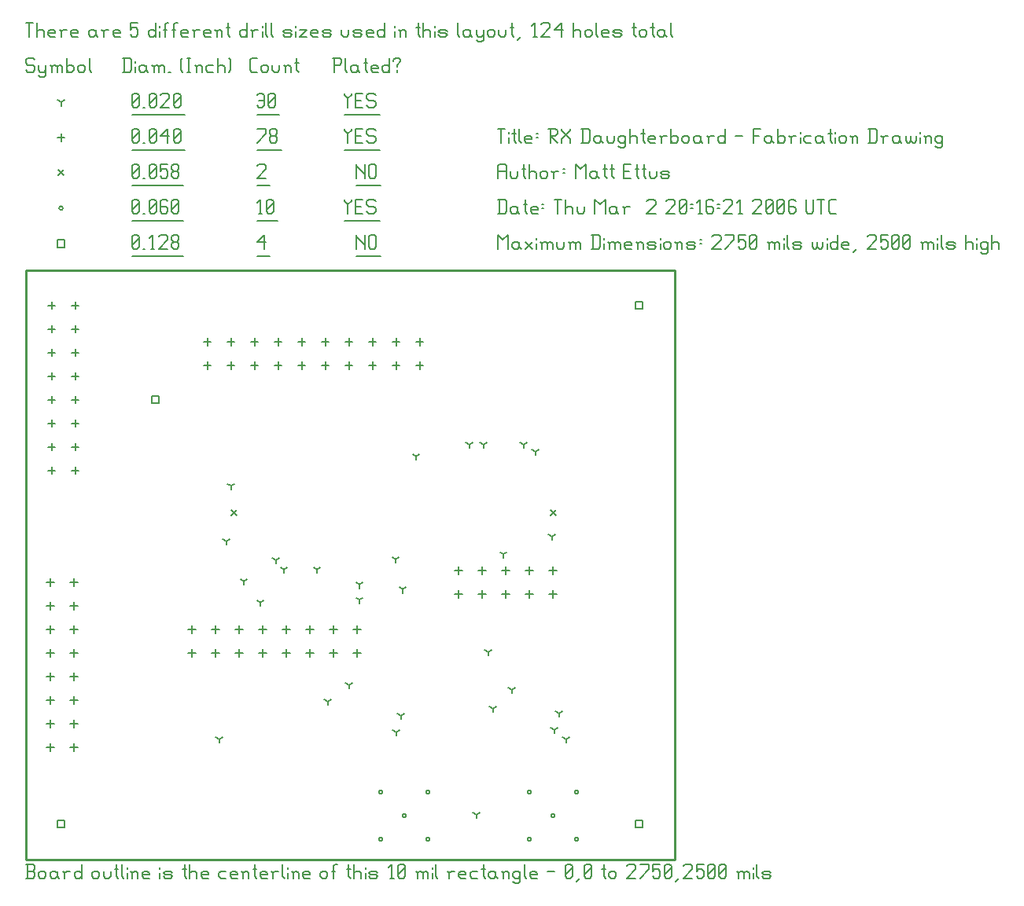
<source format=gbr>
G04 Title: RX Daughterboard, Fabrication Drawing *
G04 Creator: pcb-bin 1.99q *
G04 CreationDate: Thu Mar  2 20:16:21 2006 UTC *
G04 For: matt *
G04 Format: Gerber/RS-274X *
G04 PCB-Dimensions: 275000 250000 *
G04 PCB-Coordinate-Origin: lower left *
%MOIN*%
%FSLAX24Y24*%
%IPPOS*%
%ADD11C,0.0080*%
%ADD12C,0.0280*%
%ADD13C,0.0100*%
%ADD14C,0.0300*%
%ADD15R,0.0240X0.0240*%
%ADD16R,0.0440X0.0440*%
%ADD17R,0.0300X0.0300*%
%ADD18C,0.0060*%
%ADD19R,0.0200X0.0200*%
%ADD20R,0.0540X0.0540*%
%ADD21C,0.0200*%
%ADD22C,0.0500*%
%ADD23R,0.0500X0.0500*%
%ADD24R,0.0600X0.0600*%
%ADD25R,0.0660X0.0660*%
%ADD26R,0.0900X0.0900X0.0600X0.0600*%
%ADD27R,0.0900X0.0900*%
%ADD28C,0.0600*%
%ADD29C,0.0660*%
%AMTHERM1*7,0,0,0.0900,0.0600,0.0100,45*%
%ADD30THERM1*%
%ADD31C,0.0900X0.0600*%
%ADD32C,0.0900*%
%ADD33C,0.1200X0.0900*%
%ADD34C,0.1200*%
%ADD35C,0.0150*%
%AMTHERM2*7,0,0,0.1200,0.0900,0.0150,45*%
%ADD36THERM2*%
%ADD37C,0.0720*%
%ADD38C,0.0920X0.0720*%
%ADD39C,0.0920*%
%ADD40C,0.0240*%
%ADD41C,0.0340*%
%ADD42C,0.1320*%
%ADD43C,0.1100*%
%ADD44C,0.1520*%
%ADD45C,0.1520X0.1320*%
%ADD46C,0.0400*%
%ADD47C,0.0600X0.0400*%
%AMTHERM3*7,0,0,0.0600,0.0400,0.0100,45*%
%ADD48THERM3*%
%ADD49C,0.0360*%
%ADD50C,0.0560*%
%ADD51C,0.0560X0.0360*%
%AMTHERM4*7,0,0,0.0560,0.0360,0.0080,45*%
%ADD52THERM4*%
%LNGROUP_3*%
%LPD*%
G01X0Y0D02*
G54D11*X1340Y1660D02*X1660D01*
X1340D02*Y1340D01*
X1660D01*
Y1660D02*Y1340D01*
X25840Y23660D02*X26160D01*
X25840D02*Y23340D01*
X26160D01*
Y23660D02*Y23340D01*
X25840Y1660D02*X26160D01*
X25840D02*Y1340D01*
X26160D01*
Y1660D02*Y1340D01*
X5340Y19660D02*X5660D01*
X5340D02*Y19340D01*
X5660D01*
Y19660D02*Y19340D01*
X1340Y26285D02*X1660D01*
X1340D02*Y25965D01*
X1660D01*
Y26285D02*Y25965D01*
G04 Text: NO *
X14000Y26500D02*Y25900D01*
Y26500D02*Y26425D01*
X14375Y26050D01*
Y26500D02*Y25900D01*
X14555Y26425D02*Y25975D01*
Y26425D02*X14630Y26500D01*
X14780D01*
X14855Y26425D01*
Y25975D01*
X14780Y25900D02*X14855Y25975D01*
X14630Y25900D02*X14780D01*
X14555Y25975D02*X14630Y25900D01*
X14000Y25574D02*X15035D01*
G04 Text: 4 *
X9800Y26200D02*X10100Y26500D01*
X9800Y26200D02*X10175D01*
X10100Y26500D02*Y25900D01*
X9800Y25574D02*X10355D01*
G04 Text: 0.128 *
X4500Y25975D02*X4575Y25900D01*
X4500Y26425D02*Y25975D01*
Y26425D02*X4575Y26500D01*
X4725D01*
X4800Y26425D01*
Y25975D01*
X4725Y25900D02*X4800Y25975D01*
X4575Y25900D02*X4725D01*
X4500Y26050D02*X4800Y26350D01*
X4980Y25900D02*X5055D01*
X5310D02*X5460D01*
X5385Y26500D02*Y25900D01*
X5235Y26350D02*X5385Y26500D01*
X5640Y26425D02*X5715Y26500D01*
X5940D01*
X6015Y26425D01*
Y26275D01*
X5640Y25900D02*X6015Y26275D01*
X5640Y25900D02*X6015D01*
X6195Y25975D02*X6270Y25900D01*
X6195Y26125D02*Y25975D01*
Y26125D02*X6270Y26200D01*
X6420D01*
X6495Y26125D01*
Y25975D01*
X6420Y25900D02*X6495Y25975D01*
X6270Y25900D02*X6420D01*
X6195Y26275D02*X6270Y26200D01*
X6195Y26425D02*Y26275D01*
Y26425D02*X6270Y26500D01*
X6420D01*
X6495Y26425D01*
Y26275D01*
X6420Y26200D02*X6495Y26275D01*
X4500Y25574D02*X6675D01*
X22270Y1850D02*G75*G03X22430Y1850I80J0D01*G01*
G75*G03X22270Y1850I-80J0D01*G01*
X21270Y2850D02*G75*G03X21430Y2850I80J0D01*G01*
G75*G03X21270Y2850I-80J0D01*G01*
X23270D02*G75*G03X23430Y2850I80J0D01*G01*
G75*G03X23270Y2850I-80J0D01*G01*
X21270Y850D02*G75*G03X21430Y850I80J0D01*G01*
G75*G03X21270Y850I-80J0D01*G01*
X23270D02*G75*G03X23430Y850I80J0D01*G01*
G75*G03X23270Y850I-80J0D01*G01*
X15970Y1850D02*G75*G03X16130Y1850I80J0D01*G01*
G75*G03X15970Y1850I-80J0D01*G01*
X14970Y2850D02*G75*G03X15130Y2850I80J0D01*G01*
G75*G03X14970Y2850I-80J0D01*G01*
X16970D02*G75*G03X17130Y2850I80J0D01*G01*
G75*G03X16970Y2850I-80J0D01*G01*
X14970Y850D02*G75*G03X15130Y850I80J0D01*G01*
G75*G03X14970Y850I-80J0D01*G01*
X16970D02*G75*G03X17130Y850I80J0D01*G01*
G75*G03X16970Y850I-80J0D01*G01*
X1420Y27625D02*G75*G03X1580Y27625I80J0D01*G01*
G75*G03X1420Y27625I-80J0D01*G01*
G04 Text: YES *
X13500Y28000D02*Y27925D01*
X13650Y27775D01*
X13800Y27925D01*
Y28000D02*Y27925D01*
X13650Y27775D02*Y27400D01*
X13980Y27700D02*X14205D01*
X13980Y27400D02*X14280D01*
X13980Y28000D02*Y27400D01*
Y28000D02*X14280D01*
X14760D02*X14835Y27925D01*
X14535Y28000D02*X14760D01*
X14460Y27925D02*X14535Y28000D01*
X14460Y27925D02*Y27775D01*
X14535Y27700D01*
X14760D01*
X14835Y27625D01*
Y27475D01*
X14760Y27400D02*X14835Y27475D01*
X14535Y27400D02*X14760D01*
X14460Y27475D02*X14535Y27400D01*
X13500Y27074D02*X15015D01*
G04 Text: 10 *
X9875Y27400D02*X10025D01*
X9950Y28000D02*Y27400D01*
X9800Y27850D02*X9950Y28000D01*
X10205Y27475D02*X10280Y27400D01*
X10205Y27925D02*Y27475D01*
Y27925D02*X10280Y28000D01*
X10430D01*
X10505Y27925D01*
Y27475D01*
X10430Y27400D02*X10505Y27475D01*
X10280Y27400D02*X10430D01*
X10205Y27550D02*X10505Y27850D01*
X9800Y27074D02*X10685D01*
G04 Text: 0.060 *
X4500Y27475D02*X4575Y27400D01*
X4500Y27925D02*Y27475D01*
Y27925D02*X4575Y28000D01*
X4725D01*
X4800Y27925D01*
Y27475D01*
X4725Y27400D02*X4800Y27475D01*
X4575Y27400D02*X4725D01*
X4500Y27550D02*X4800Y27850D01*
X4980Y27400D02*X5055D01*
X5235Y27475D02*X5310Y27400D01*
X5235Y27925D02*Y27475D01*
Y27925D02*X5310Y28000D01*
X5460D01*
X5535Y27925D01*
Y27475D01*
X5460Y27400D02*X5535Y27475D01*
X5310Y27400D02*X5460D01*
X5235Y27550D02*X5535Y27850D01*
X5940Y28000D02*X6015Y27925D01*
X5790Y28000D02*X5940D01*
X5715Y27925D02*X5790Y28000D01*
X5715Y27925D02*Y27475D01*
X5790Y27400D01*
X5940Y27700D02*X6015Y27625D01*
X5715Y27700D02*X5940D01*
X5790Y27400D02*X5940D01*
X6015Y27475D01*
Y27625D02*Y27475D01*
X6195D02*X6270Y27400D01*
X6195Y27925D02*Y27475D01*
Y27925D02*X6270Y28000D01*
X6420D01*
X6495Y27925D01*
Y27475D01*
X6420Y27400D02*X6495Y27475D01*
X6270Y27400D02*X6420D01*
X6195Y27550D02*X6495Y27850D01*
X4500Y27074D02*X6675D01*
X8710Y14820D02*X8950Y14580D01*
X8710D02*X8950Y14820D01*
X22253D02*X22493Y14580D01*
X22253D02*X22493Y14820D01*
X1380Y29245D02*X1620Y29005D01*
X1380D02*X1620Y29245D01*
G04 Text: NO *
X14000Y29500D02*Y28900D01*
Y29500D02*Y29425D01*
X14375Y29050D01*
Y29500D02*Y28900D01*
X14555Y29425D02*Y28975D01*
Y29425D02*X14630Y29500D01*
X14780D01*
X14855Y29425D01*
Y28975D01*
X14780Y28900D02*X14855Y28975D01*
X14630Y28900D02*X14780D01*
X14555Y28975D02*X14630Y28900D01*
X14000Y28574D02*X15035D01*
G04 Text: 2 *
X9800Y29425D02*X9875Y29500D01*
X10100D01*
X10175Y29425D01*
Y29275D01*
X9800Y28900D02*X10175Y29275D01*
X9800Y28900D02*X10175D01*
X9800Y28574D02*X10355D01*
G04 Text: 0.058 *
X4500Y28975D02*X4575Y28900D01*
X4500Y29425D02*Y28975D01*
Y29425D02*X4575Y29500D01*
X4725D01*
X4800Y29425D01*
Y28975D01*
X4725Y28900D02*X4800Y28975D01*
X4575Y28900D02*X4725D01*
X4500Y29050D02*X4800Y29350D01*
X4980Y28900D02*X5055D01*
X5235Y28975D02*X5310Y28900D01*
X5235Y29425D02*Y28975D01*
Y29425D02*X5310Y29500D01*
X5460D01*
X5535Y29425D01*
Y28975D01*
X5460Y28900D02*X5535Y28975D01*
X5310Y28900D02*X5460D01*
X5235Y29050D02*X5535Y29350D01*
X5715Y29500D02*X6015D01*
X5715D02*Y29200D01*
X5790Y29275D01*
X5940D01*
X6015Y29200D01*
Y28975D01*
X5940Y28900D02*X6015Y28975D01*
X5790Y28900D02*X5940D01*
X5715Y28975D02*X5790Y28900D01*
X6195Y28975D02*X6270Y28900D01*
X6195Y29125D02*Y28975D01*
Y29125D02*X6270Y29200D01*
X6420D01*
X6495Y29125D01*
Y28975D01*
X6420Y28900D02*X6495Y28975D01*
X6270Y28900D02*X6420D01*
X6195Y29275D02*X6270Y29200D01*
X6195Y29425D02*Y29275D01*
Y29425D02*X6270Y29500D01*
X6420D01*
X6495Y29425D01*
Y29275D01*
X6420Y29200D02*X6495Y29275D01*
X4500Y28574D02*X6675D01*
X1100Y23660D02*Y23340D01*
X940Y23500D02*X1260D01*
X2100Y23660D02*Y23340D01*
X1940Y23500D02*X2260D01*
X1100Y22660D02*Y22340D01*
X940Y22500D02*X1260D01*
X2100Y22660D02*Y22340D01*
X1940Y22500D02*X2260D01*
X1100Y21660D02*Y21340D01*
X940Y21500D02*X1260D01*
X2100Y21660D02*Y21340D01*
X1940Y21500D02*X2260D01*
X1100Y20660D02*Y20340D01*
X940Y20500D02*X1260D01*
X2100Y20660D02*Y20340D01*
X1940Y20500D02*X2260D01*
X1100Y19660D02*Y19340D01*
X940Y19500D02*X1260D01*
X2100Y19660D02*Y19340D01*
X1940Y19500D02*X2260D01*
X1100Y18660D02*Y18340D01*
X940Y18500D02*X1260D01*
X2100Y18660D02*Y18340D01*
X1940Y18500D02*X2260D01*
X1100Y17660D02*Y17340D01*
X940Y17500D02*X1260D01*
X2100Y17660D02*Y17340D01*
X1940Y17500D02*X2260D01*
X1100Y16660D02*Y16340D01*
X940Y16500D02*X1260D01*
X2100Y16660D02*Y16340D01*
X1940Y16500D02*X2260D01*
X1050Y11910D02*Y11590D01*
X890Y11750D02*X1210D01*
X2050Y11910D02*Y11590D01*
X1890Y11750D02*X2210D01*
X1050Y10910D02*Y10590D01*
X890Y10750D02*X1210D01*
X2050Y10910D02*Y10590D01*
X1890Y10750D02*X2210D01*
X1050Y9910D02*Y9590D01*
X890Y9750D02*X1210D01*
X2050Y9910D02*Y9590D01*
X1890Y9750D02*X2210D01*
X1050Y8910D02*Y8590D01*
X890Y8750D02*X1210D01*
X2050Y8910D02*Y8590D01*
X1890Y8750D02*X2210D01*
X1050Y7910D02*Y7590D01*
X890Y7750D02*X1210D01*
X2050Y7910D02*Y7590D01*
X1890Y7750D02*X2210D01*
X1050Y6910D02*Y6590D01*
X890Y6750D02*X1210D01*
X2050Y6910D02*Y6590D01*
X1890Y6750D02*X2210D01*
X1050Y5910D02*Y5590D01*
X890Y5750D02*X1210D01*
X2050Y5910D02*Y5590D01*
X1890Y5750D02*X2210D01*
X1050Y4910D02*Y4590D01*
X890Y4750D02*X1210D01*
X2050Y4910D02*Y4590D01*
X1890Y4750D02*X2210D01*
X7050Y8910D02*Y8590D01*
X6890Y8750D02*X7210D01*
X7050Y9910D02*Y9590D01*
X6890Y9750D02*X7210D01*
X8050Y8910D02*Y8590D01*
X7890Y8750D02*X8210D01*
X8050Y9910D02*Y9590D01*
X7890Y9750D02*X8210D01*
X9050Y8910D02*Y8590D01*
X8890Y8750D02*X9210D01*
X9050Y9910D02*Y9590D01*
X8890Y9750D02*X9210D01*
X10050Y8910D02*Y8590D01*
X9890Y8750D02*X10210D01*
X10050Y9910D02*Y9590D01*
X9890Y9750D02*X10210D01*
X11050Y8910D02*Y8590D01*
X10890Y8750D02*X11210D01*
X11050Y9910D02*Y9590D01*
X10890Y9750D02*X11210D01*
X12050Y8910D02*Y8590D01*
X11890Y8750D02*X12210D01*
X12050Y9910D02*Y9590D01*
X11890Y9750D02*X12210D01*
X13050Y8910D02*Y8590D01*
X12890Y8750D02*X13210D01*
X13050Y9910D02*Y9590D01*
X12890Y9750D02*X13210D01*
X14050Y8910D02*Y8590D01*
X13890Y8750D02*X14210D01*
X14050Y9910D02*Y9590D01*
X13890Y9750D02*X14210D01*
X18350Y11410D02*Y11090D01*
X18190Y11250D02*X18510D01*
X18350Y12410D02*Y12090D01*
X18190Y12250D02*X18510D01*
X19350Y11410D02*Y11090D01*
X19190Y11250D02*X19510D01*
X19350Y12410D02*Y12090D01*
X19190Y12250D02*X19510D01*
X20350Y11410D02*Y11090D01*
X20190Y11250D02*X20510D01*
X20350Y12410D02*Y12090D01*
X20190Y12250D02*X20510D01*
X21350Y11410D02*Y11090D01*
X21190Y11250D02*X21510D01*
X21350Y12410D02*Y12090D01*
X21190Y12250D02*X21510D01*
X22350Y11410D02*Y11090D01*
X22190Y11250D02*X22510D01*
X22350Y12410D02*Y12090D01*
X22190Y12250D02*X22510D01*
X7700Y21110D02*Y20790D01*
X7540Y20950D02*X7860D01*
X7700Y22110D02*Y21790D01*
X7540Y21950D02*X7860D01*
X8700Y21110D02*Y20790D01*
X8540Y20950D02*X8860D01*
X8700Y22110D02*Y21790D01*
X8540Y21950D02*X8860D01*
X9700Y21110D02*Y20790D01*
X9540Y20950D02*X9860D01*
X9700Y22110D02*Y21790D01*
X9540Y21950D02*X9860D01*
X10700Y21110D02*Y20790D01*
X10540Y20950D02*X10860D01*
X10700Y22110D02*Y21790D01*
X10540Y21950D02*X10860D01*
X11700Y21110D02*Y20790D01*
X11540Y20950D02*X11860D01*
X11700Y22110D02*Y21790D01*
X11540Y21950D02*X11860D01*
X12700Y21110D02*Y20790D01*
X12540Y20950D02*X12860D01*
X12700Y22110D02*Y21790D01*
X12540Y21950D02*X12860D01*
X13700Y21110D02*Y20790D01*
X13540Y20950D02*X13860D01*
X13700Y22110D02*Y21790D01*
X13540Y21950D02*X13860D01*
X14700Y21110D02*Y20790D01*
X14540Y20950D02*X14860D01*
X14700Y22110D02*Y21790D01*
X14540Y21950D02*X14860D01*
X15700Y21110D02*Y20790D01*
X15540Y20950D02*X15860D01*
X15700Y22110D02*Y21790D01*
X15540Y21950D02*X15860D01*
X16700Y21110D02*Y20790D01*
X16540Y20950D02*X16860D01*
X16700Y22110D02*Y21790D01*
X16540Y21950D02*X16860D01*
X1500Y30785D02*Y30465D01*
X1340Y30625D02*X1660D01*
G04 Text: YES *
X13500Y31000D02*Y30925D01*
X13650Y30775D01*
X13800Y30925D01*
Y31000D02*Y30925D01*
X13650Y30775D02*Y30400D01*
X13980Y30700D02*X14205D01*
X13980Y30400D02*X14280D01*
X13980Y31000D02*Y30400D01*
Y31000D02*X14280D01*
X14760D02*X14835Y30925D01*
X14535Y31000D02*X14760D01*
X14460Y30925D02*X14535Y31000D01*
X14460Y30925D02*Y30775D01*
X14535Y30700D01*
X14760D01*
X14835Y30625D01*
Y30475D01*
X14760Y30400D02*X14835Y30475D01*
X14535Y30400D02*X14760D01*
X14460Y30475D02*X14535Y30400D01*
X13500Y30074D02*X15015D01*
G04 Text: 78 *
X9800Y30400D02*X10175Y30775D01*
Y31000D02*Y30775D01*
X9800Y31000D02*X10175D01*
X10355Y30475D02*X10430Y30400D01*
X10355Y30625D02*Y30475D01*
Y30625D02*X10430Y30700D01*
X10580D01*
X10655Y30625D01*
Y30475D01*
X10580Y30400D02*X10655Y30475D01*
X10430Y30400D02*X10580D01*
X10355Y30775D02*X10430Y30700D01*
X10355Y30925D02*Y30775D01*
Y30925D02*X10430Y31000D01*
X10580D01*
X10655Y30925D01*
Y30775D01*
X10580Y30700D02*X10655Y30775D01*
X9800Y30074D02*X10835D01*
G04 Text: 0.040 *
X4500Y30475D02*X4575Y30400D01*
X4500Y30925D02*Y30475D01*
Y30925D02*X4575Y31000D01*
X4725D01*
X4800Y30925D01*
Y30475D01*
X4725Y30400D02*X4800Y30475D01*
X4575Y30400D02*X4725D01*
X4500Y30550D02*X4800Y30850D01*
X4980Y30400D02*X5055D01*
X5235Y30475D02*X5310Y30400D01*
X5235Y30925D02*Y30475D01*
Y30925D02*X5310Y31000D01*
X5460D01*
X5535Y30925D01*
Y30475D01*
X5460Y30400D02*X5535Y30475D01*
X5310Y30400D02*X5460D01*
X5235Y30550D02*X5535Y30850D01*
X5715Y30700D02*X6015Y31000D01*
X5715Y30700D02*X6090D01*
X6015Y31000D02*Y30400D01*
X6270Y30475D02*X6345Y30400D01*
X6270Y30925D02*Y30475D01*
Y30925D02*X6345Y31000D01*
X6495D01*
X6570Y30925D01*
Y30475D01*
X6495Y30400D02*X6570Y30475D01*
X6345Y30400D02*X6495D01*
X6270Y30550D02*X6570Y30850D01*
X4500Y30074D02*X6750D01*
X9250Y11800D02*Y11640D01*
Y11800D02*X9388Y11880D01*
X9250Y11800D02*X9111Y11880D01*
X8200Y5100D02*Y4940D01*
Y5100D02*X8338Y5180D01*
X8200Y5100D02*X8061Y5180D01*
X22300Y13700D02*Y13540D01*
Y13700D02*X22438Y13780D01*
X22300Y13700D02*X22161Y13780D01*
X14149Y11660D02*Y11500D01*
Y11660D02*X14288Y11740D01*
X14149Y11660D02*X14011Y11740D01*
X8500Y13500D02*Y13340D01*
Y13500D02*X8638Y13580D01*
X8500Y13500D02*X8361Y13580D01*
X20250Y12950D02*Y12790D01*
Y12950D02*X20388Y13030D01*
X20250Y12950D02*X20111Y13030D01*
X10600Y12700D02*Y12540D01*
Y12700D02*X10738Y12780D01*
X10600Y12700D02*X10461Y12780D01*
X14149Y11009D02*Y10849D01*
Y11009D02*X14288Y11089D01*
X14149Y11009D02*X14011Y11089D01*
X16550Y17100D02*Y16940D01*
Y17100D02*X16688Y17180D01*
X16550Y17100D02*X16411Y17180D01*
X15679Y12730D02*Y12570D01*
Y12730D02*X15817Y12810D01*
X15679Y12730D02*X15540Y12810D01*
X15990Y11460D02*Y11300D01*
Y11460D02*X16128Y11540D01*
X15990Y11460D02*X15851Y11540D01*
X12350Y12300D02*Y12140D01*
Y12300D02*X12488Y12380D01*
X12350Y12300D02*X12211Y12380D01*
X9950Y10900D02*Y10740D01*
Y10900D02*X10088Y10980D01*
X9950Y10900D02*X9811Y10980D01*
X10950Y12300D02*Y12140D01*
Y12300D02*X11088Y12380D01*
X10950Y12300D02*X10811Y12380D01*
X8700Y15850D02*Y15690D01*
Y15850D02*X8838Y15930D01*
X8700Y15850D02*X8561Y15930D01*
X18800Y17600D02*Y17440D01*
Y17600D02*X18938Y17680D01*
X18800Y17600D02*X18661Y17680D01*
X19400Y17600D02*Y17440D01*
Y17600D02*X19538Y17680D01*
X19400Y17600D02*X19261Y17680D01*
X21100Y17600D02*Y17440D01*
Y17600D02*X21238Y17680D01*
X21100Y17600D02*X20961Y17680D01*
X21600Y17300D02*Y17140D01*
Y17300D02*X21738Y17380D01*
X21600Y17300D02*X21461Y17380D01*
X19600Y8800D02*Y8640D01*
Y8800D02*X19738Y8880D01*
X19600Y8800D02*X19461Y8880D01*
X22400Y5500D02*Y5340D01*
Y5500D02*X22538Y5580D01*
X22400Y5500D02*X22261Y5580D01*
X15700Y5400D02*Y5240D01*
Y5400D02*X15838Y5480D01*
X15700Y5400D02*X15561Y5480D01*
X15900Y6100D02*Y5940D01*
Y6100D02*X16038Y6180D01*
X15900Y6100D02*X15761Y6180D01*
X22600Y6200D02*Y6040D01*
Y6200D02*X22738Y6280D01*
X22600Y6200D02*X22461Y6280D01*
X19800Y6400D02*Y6240D01*
Y6400D02*X19938Y6480D01*
X19800Y6400D02*X19661Y6480D01*
X20600Y7200D02*Y7040D01*
Y7200D02*X20738Y7280D01*
X20600Y7200D02*X20461Y7280D01*
X22900Y5100D02*Y4940D01*
Y5100D02*X23038Y5180D01*
X22900Y5100D02*X22761Y5180D01*
X12800Y6700D02*Y6540D01*
Y6700D02*X12938Y6780D01*
X12800Y6700D02*X12661Y6780D01*
X13700Y7400D02*Y7240D01*
Y7400D02*X13838Y7480D01*
X13700Y7400D02*X13561Y7480D01*
X19100Y1900D02*Y1740D01*
Y1900D02*X19238Y1980D01*
X19100Y1900D02*X18961Y1980D01*
X1500Y32125D02*Y31965D01*
Y32125D02*X1638Y32205D01*
X1500Y32125D02*X1361Y32205D01*
G04 Text: YES *
X13500Y32500D02*Y32425D01*
X13650Y32275D01*
X13800Y32425D01*
Y32500D02*Y32425D01*
X13650Y32275D02*Y31900D01*
X13980Y32200D02*X14205D01*
X13980Y31900D02*X14280D01*
X13980Y32500D02*Y31900D01*
Y32500D02*X14280D01*
X14760D02*X14835Y32425D01*
X14535Y32500D02*X14760D01*
X14460Y32425D02*X14535Y32500D01*
X14460Y32425D02*Y32275D01*
X14535Y32200D01*
X14760D01*
X14835Y32125D01*
Y31975D01*
X14760Y31900D02*X14835Y31975D01*
X14535Y31900D02*X14760D01*
X14460Y31975D02*X14535Y31900D01*
X13500Y31574D02*X15015D01*
G04 Text: 30 *
X9800Y32425D02*X9875Y32500D01*
X10025D01*
X10100Y32425D01*
Y31975D01*
X10025Y31900D02*X10100Y31975D01*
X9875Y31900D02*X10025D01*
X9800Y31975D02*X9875Y31900D01*
Y32200D02*X10100D01*
X10280Y31975D02*X10355Y31900D01*
X10280Y32425D02*Y31975D01*
Y32425D02*X10355Y32500D01*
X10505D01*
X10580Y32425D01*
Y31975D01*
X10505Y31900D02*X10580Y31975D01*
X10355Y31900D02*X10505D01*
X10280Y32050D02*X10580Y32350D01*
X9800Y31574D02*X10760D01*
G04 Text: 0.020 *
X4500Y31975D02*X4575Y31900D01*
X4500Y32425D02*Y31975D01*
Y32425D02*X4575Y32500D01*
X4725D01*
X4800Y32425D01*
Y31975D01*
X4725Y31900D02*X4800Y31975D01*
X4575Y31900D02*X4725D01*
X4500Y32050D02*X4800Y32350D01*
X4980Y31900D02*X5055D01*
X5235Y31975D02*X5310Y31900D01*
X5235Y32425D02*Y31975D01*
Y32425D02*X5310Y32500D01*
X5460D01*
X5535Y32425D01*
Y31975D01*
X5460Y31900D02*X5535Y31975D01*
X5310Y31900D02*X5460D01*
X5235Y32050D02*X5535Y32350D01*
X5715Y32425D02*X5790Y32500D01*
X6015D01*
X6090Y32425D01*
Y32275D01*
X5715Y31900D02*X6090Y32275D01*
X5715Y31900D02*X6090D01*
X6270Y31975D02*X6345Y31900D01*
X6270Y32425D02*Y31975D01*
Y32425D02*X6345Y32500D01*
X6495D01*
X6570Y32425D01*
Y31975D01*
X6495Y31900D02*X6570Y31975D01*
X6345Y31900D02*X6495D01*
X6270Y32050D02*X6570Y32350D01*
X4500Y31574D02*X6750D01*
G04 Text: Symbol *
X300Y34000D02*X375Y33925D01*
X75Y34000D02*X300D01*
X0Y33925D02*X75Y34000D01*
X0Y33925D02*Y33775D01*
X75Y33700D01*
X300D01*
X375Y33625D01*
Y33475D01*
X300Y33400D02*X375Y33475D01*
X75Y33400D02*X300D01*
X0Y33475D02*X75Y33400D01*
X555Y33700D02*Y33475D01*
X630Y33400D01*
X855Y33700D02*Y33250D01*
X780Y33175D02*X855Y33250D01*
X630Y33175D02*X780D01*
X555Y33250D02*X630Y33175D01*
Y33400D02*X780D01*
X855Y33475D01*
X1110Y33625D02*Y33400D01*
Y33625D02*X1185Y33700D01*
X1260D01*
X1335Y33625D01*
Y33400D01*
Y33625D02*X1410Y33700D01*
X1485D01*
X1560Y33625D01*
Y33400D01*
X1035Y33700D02*X1110Y33625D01*
X1740Y34000D02*Y33400D01*
Y33475D02*X1815Y33400D01*
X1965D01*
X2040Y33475D01*
Y33625D02*Y33475D01*
X1965Y33700D02*X2040Y33625D01*
X1815Y33700D02*X1965D01*
X1740Y33625D02*X1815Y33700D01*
X2220Y33625D02*Y33475D01*
Y33625D02*X2295Y33700D01*
X2445D01*
X2520Y33625D01*
Y33475D01*
X2445Y33400D02*X2520Y33475D01*
X2295Y33400D02*X2445D01*
X2220Y33475D02*X2295Y33400D01*
X2700Y34000D02*Y33475D01*
X2775Y33400D01*
G04 Text: Diam. (Inch) *
X4175Y34000D02*Y33400D01*
X4400Y34000D02*X4475Y33925D01*
Y33475D01*
X4400Y33400D02*X4475Y33475D01*
X4100Y33400D02*X4400D01*
X4100Y34000D02*X4400D01*
X4655Y33850D02*Y33775D01*
Y33625D02*Y33400D01*
X5030Y33700D02*X5105Y33625D01*
X4880Y33700D02*X5030D01*
X4805Y33625D02*X4880Y33700D01*
X4805Y33625D02*Y33475D01*
X4880Y33400D01*
X5105Y33700D02*Y33475D01*
X5180Y33400D01*
X4880D02*X5030D01*
X5105Y33475D01*
X5435Y33625D02*Y33400D01*
Y33625D02*X5510Y33700D01*
X5585D01*
X5660Y33625D01*
Y33400D01*
Y33625D02*X5735Y33700D01*
X5810D01*
X5885Y33625D01*
Y33400D01*
X5360Y33700D02*X5435Y33625D01*
X6065Y33400D02*X6140D01*
X6590Y33475D02*X6665Y33400D01*
X6590Y33925D02*X6665Y34000D01*
X6590Y33925D02*Y33475D01*
X6845Y34000D02*X6995D01*
X6920D02*Y33400D01*
X6845D02*X6995D01*
X7251Y33625D02*Y33400D01*
Y33625D02*X7326Y33700D01*
X7401D01*
X7476Y33625D01*
Y33400D01*
X7176Y33700D02*X7251Y33625D01*
X7731Y33700D02*X7956D01*
X7656Y33625D02*X7731Y33700D01*
X7656Y33625D02*Y33475D01*
X7731Y33400D01*
X7956D01*
X8136Y34000D02*Y33400D01*
Y33625D02*X8211Y33700D01*
X8361D01*
X8436Y33625D01*
Y33400D01*
X8616Y34000D02*X8691Y33925D01*
Y33475D01*
X8616Y33400D02*X8691Y33475D01*
G04 Text: Count *
X9575Y33400D02*X9800D01*
X9500Y33475D02*X9575Y33400D01*
X9500Y33925D02*Y33475D01*
Y33925D02*X9575Y34000D01*
X9800D01*
X9980Y33625D02*Y33475D01*
Y33625D02*X10055Y33700D01*
X10205D01*
X10280Y33625D01*
Y33475D01*
X10205Y33400D02*X10280Y33475D01*
X10055Y33400D02*X10205D01*
X9980Y33475D02*X10055Y33400D01*
X10460Y33700D02*Y33475D01*
X10535Y33400D01*
X10685D01*
X10760Y33475D01*
Y33700D02*Y33475D01*
X11015Y33625D02*Y33400D01*
Y33625D02*X11090Y33700D01*
X11165D01*
X11240Y33625D01*
Y33400D01*
X10940Y33700D02*X11015Y33625D01*
X11495Y34000D02*Y33475D01*
X11570Y33400D01*
X11420Y33775D02*X11570D01*
G04 Text: Plated? *
X13075Y34000D02*Y33400D01*
X13000Y34000D02*X13300D01*
X13375Y33925D01*
Y33775D01*
X13300Y33700D02*X13375Y33775D01*
X13075Y33700D02*X13300D01*
X13555Y34000D02*Y33475D01*
X13630Y33400D01*
X14005Y33700D02*X14080Y33625D01*
X13855Y33700D02*X14005D01*
X13780Y33625D02*X13855Y33700D01*
X13780Y33625D02*Y33475D01*
X13855Y33400D01*
X14080Y33700D02*Y33475D01*
X14155Y33400D01*
X13855D02*X14005D01*
X14080Y33475D01*
X14410Y34000D02*Y33475D01*
X14485Y33400D01*
X14335Y33775D02*X14485D01*
X14710Y33400D02*X14935D01*
X14635Y33475D02*X14710Y33400D01*
X14635Y33625D02*Y33475D01*
Y33625D02*X14710Y33700D01*
X14860D01*
X14935Y33625D01*
X14635Y33550D02*X14935D01*
Y33625D02*Y33550D01*
X15415Y34000D02*Y33400D01*
X15340D02*X15415Y33475D01*
X15190Y33400D02*X15340D01*
X15115Y33475D02*X15190Y33400D01*
X15115Y33625D02*Y33475D01*
Y33625D02*X15190Y33700D01*
X15340D01*
X15415Y33625D01*
X15745Y33700D02*Y33625D01*
Y33475D02*Y33400D01*
X15595Y33925D02*Y33850D01*
Y33925D02*X15670Y34000D01*
X15820D01*
X15895Y33925D01*
Y33850D01*
X15745Y33700D02*X15895Y33850D01*
G04 Text: There are 5 different drill sizes used in this layout, 124 holes total *
X0Y35500D02*X300D01*
X150D02*Y34900D01*
X480Y35500D02*Y34900D01*
Y35125D02*X555Y35200D01*
X705D01*
X780Y35125D01*
Y34900D01*
X1035D02*X1260D01*
X960Y34975D02*X1035Y34900D01*
X960Y35125D02*Y34975D01*
Y35125D02*X1035Y35200D01*
X1185D01*
X1260Y35125D01*
X960Y35050D02*X1260D01*
Y35125D02*Y35050D01*
X1515Y35125D02*Y34900D01*
Y35125D02*X1590Y35200D01*
X1740D01*
X1440D02*X1515Y35125D01*
X1995Y34900D02*X2220D01*
X1920Y34975D02*X1995Y34900D01*
X1920Y35125D02*Y34975D01*
Y35125D02*X1995Y35200D01*
X2145D01*
X2220Y35125D01*
X1920Y35050D02*X2220D01*
Y35125D02*Y35050D01*
X2895Y35200D02*X2970Y35125D01*
X2745Y35200D02*X2895D01*
X2670Y35125D02*X2745Y35200D01*
X2670Y35125D02*Y34975D01*
X2745Y34900D01*
X2970Y35200D02*Y34975D01*
X3045Y34900D01*
X2745D02*X2895D01*
X2970Y34975D01*
X3300Y35125D02*Y34900D01*
Y35125D02*X3375Y35200D01*
X3525D01*
X3225D02*X3300Y35125D01*
X3781Y34900D02*X4006D01*
X3706Y34975D02*X3781Y34900D01*
X3706Y35125D02*Y34975D01*
Y35125D02*X3781Y35200D01*
X3931D01*
X4006Y35125D01*
X3706Y35050D02*X4006D01*
Y35125D02*Y35050D01*
X4456Y35500D02*X4756D01*
X4456D02*Y35200D01*
X4531Y35275D01*
X4681D01*
X4756Y35200D01*
Y34975D01*
X4681Y34900D02*X4756Y34975D01*
X4531Y34900D02*X4681D01*
X4456Y34975D02*X4531Y34900D01*
X5506Y35500D02*Y34900D01*
X5431D02*X5506Y34975D01*
X5281Y34900D02*X5431D01*
X5206Y34975D02*X5281Y34900D01*
X5206Y35125D02*Y34975D01*
Y35125D02*X5281Y35200D01*
X5431D01*
X5506Y35125D01*
X5686Y35350D02*Y35275D01*
Y35125D02*Y34900D01*
X5911Y35425D02*Y34900D01*
Y35425D02*X5986Y35500D01*
X6061D01*
X5836Y35200D02*X5986D01*
X6286Y35425D02*Y34900D01*
Y35425D02*X6361Y35500D01*
X6436D01*
X6211Y35200D02*X6361D01*
X6661Y34900D02*X6886D01*
X6586Y34975D02*X6661Y34900D01*
X6586Y35125D02*Y34975D01*
Y35125D02*X6661Y35200D01*
X6811D01*
X6886Y35125D01*
X6586Y35050D02*X6886D01*
Y35125D02*Y35050D01*
X7142Y35125D02*Y34900D01*
Y35125D02*X7217Y35200D01*
X7367D01*
X7067D02*X7142Y35125D01*
X7622Y34900D02*X7847D01*
X7547Y34975D02*X7622Y34900D01*
X7547Y35125D02*Y34975D01*
Y35125D02*X7622Y35200D01*
X7772D01*
X7847Y35125D01*
X7547Y35050D02*X7847D01*
Y35125D02*Y35050D01*
X8102Y35125D02*Y34900D01*
Y35125D02*X8177Y35200D01*
X8252D01*
X8327Y35125D01*
Y34900D01*
X8027Y35200D02*X8102Y35125D01*
X8582Y35500D02*Y34975D01*
X8657Y34900D01*
X8507Y35275D02*X8657D01*
X9377Y35500D02*Y34900D01*
X9302D02*X9377Y34975D01*
X9152Y34900D02*X9302D01*
X9077Y34975D02*X9152Y34900D01*
X9077Y35125D02*Y34975D01*
Y35125D02*X9152Y35200D01*
X9302D01*
X9377Y35125D01*
X9632D02*Y34900D01*
Y35125D02*X9707Y35200D01*
X9857D01*
X9557D02*X9632Y35125D01*
X10038Y35350D02*Y35275D01*
Y35125D02*Y34900D01*
X10188Y35500D02*Y34975D01*
X10263Y34900D01*
X10413Y35500D02*Y34975D01*
X10488Y34900D01*
X10983D02*X11208D01*
X11283Y34975D01*
X11208Y35050D02*X11283Y34975D01*
X10983Y35050D02*X11208D01*
X10908Y35125D02*X10983Y35050D01*
X10908Y35125D02*X10983Y35200D01*
X11208D01*
X11283Y35125D01*
X10908Y34975D02*X10983Y34900D01*
X11463Y35350D02*Y35275D01*
Y35125D02*Y34900D01*
X11613Y35200D02*X11913D01*
X11613Y34900D02*X11913Y35200D01*
X11613Y34900D02*X11913D01*
X12168D02*X12393D01*
X12093Y34975D02*X12168Y34900D01*
X12093Y35125D02*Y34975D01*
Y35125D02*X12168Y35200D01*
X12318D01*
X12393Y35125D01*
X12093Y35050D02*X12393D01*
Y35125D02*Y35050D01*
X12649Y34900D02*X12874D01*
X12949Y34975D01*
X12874Y35050D02*X12949Y34975D01*
X12649Y35050D02*X12874D01*
X12574Y35125D02*X12649Y35050D01*
X12574Y35125D02*X12649Y35200D01*
X12874D01*
X12949Y35125D01*
X12574Y34975D02*X12649Y34900D01*
X13399Y35200D02*Y34975D01*
X13474Y34900D01*
X13624D01*
X13699Y34975D01*
Y35200D02*Y34975D01*
X13954Y34900D02*X14179D01*
X14254Y34975D01*
X14179Y35050D02*X14254Y34975D01*
X13954Y35050D02*X14179D01*
X13879Y35125D02*X13954Y35050D01*
X13879Y35125D02*X13954Y35200D01*
X14179D01*
X14254Y35125D01*
X13879Y34975D02*X13954Y34900D01*
X14509D02*X14734D01*
X14434Y34975D02*X14509Y34900D01*
X14434Y35125D02*Y34975D01*
Y35125D02*X14509Y35200D01*
X14659D01*
X14734Y35125D01*
X14434Y35050D02*X14734D01*
Y35125D02*Y35050D01*
X15214Y35500D02*Y34900D01*
X15139D02*X15214Y34975D01*
X14989Y34900D02*X15139D01*
X14914Y34975D02*X14989Y34900D01*
X14914Y35125D02*Y34975D01*
Y35125D02*X14989Y35200D01*
X15139D01*
X15214Y35125D01*
X15664Y35350D02*Y35275D01*
Y35125D02*Y34900D01*
X15889Y35125D02*Y34900D01*
Y35125D02*X15964Y35200D01*
X16039D01*
X16114Y35125D01*
Y34900D01*
X15814Y35200D02*X15889Y35125D01*
X16640Y35500D02*Y34975D01*
X16715Y34900D01*
X16565Y35275D02*X16715D01*
X16865Y35500D02*Y34900D01*
Y35125D02*X16940Y35200D01*
X17090D01*
X17165Y35125D01*
Y34900D01*
X17345Y35350D02*Y35275D01*
Y35125D02*Y34900D01*
X17570D02*X17795D01*
X17870Y34975D01*
X17795Y35050D02*X17870Y34975D01*
X17570Y35050D02*X17795D01*
X17495Y35125D02*X17570Y35050D01*
X17495Y35125D02*X17570Y35200D01*
X17795D01*
X17870Y35125D01*
X17495Y34975D02*X17570Y34900D01*
X18320Y35500D02*Y34975D01*
X18395Y34900D01*
X18770Y35200D02*X18845Y35125D01*
X18620Y35200D02*X18770D01*
X18545Y35125D02*X18620Y35200D01*
X18545Y35125D02*Y34975D01*
X18620Y34900D01*
X18845Y35200D02*Y34975D01*
X18920Y34900D01*
X18620D02*X18770D01*
X18845Y34975D01*
X19101Y35200D02*Y34975D01*
X19176Y34900D01*
X19401Y35200D02*Y34750D01*
X19326Y34675D02*X19401Y34750D01*
X19176Y34675D02*X19326D01*
X19101Y34750D02*X19176Y34675D01*
Y34900D02*X19326D01*
X19401Y34975D01*
X19581Y35125D02*Y34975D01*
Y35125D02*X19656Y35200D01*
X19806D01*
X19881Y35125D01*
Y34975D01*
X19806Y34900D02*X19881Y34975D01*
X19656Y34900D02*X19806D01*
X19581Y34975D02*X19656Y34900D01*
X20061Y35200D02*Y34975D01*
X20136Y34900D01*
X20286D01*
X20361Y34975D01*
Y35200D02*Y34975D01*
X20616Y35500D02*Y34975D01*
X20691Y34900D01*
X20541Y35275D02*X20691D01*
X20841Y34750D02*X20991Y34900D01*
X21516D02*X21666D01*
X21591Y35500D02*Y34900D01*
X21441Y35350D02*X21591Y35500D01*
X21846Y35425D02*X21921Y35500D01*
X22146D01*
X22221Y35425D01*
Y35275D01*
X21846Y34900D02*X22221Y35275D01*
X21846Y34900D02*X22221D01*
X22402Y35200D02*X22702Y35500D01*
X22402Y35200D02*X22777D01*
X22702Y35500D02*Y34900D01*
X23227Y35500D02*Y34900D01*
Y35125D02*X23302Y35200D01*
X23452D01*
X23527Y35125D01*
Y34900D01*
X23707Y35125D02*Y34975D01*
Y35125D02*X23782Y35200D01*
X23932D01*
X24007Y35125D01*
Y34975D01*
X23932Y34900D02*X24007Y34975D01*
X23782Y34900D02*X23932D01*
X23707Y34975D02*X23782Y34900D01*
X24187Y35500D02*Y34975D01*
X24262Y34900D01*
X24487D02*X24712D01*
X24412Y34975D02*X24487Y34900D01*
X24412Y35125D02*Y34975D01*
Y35125D02*X24487Y35200D01*
X24637D01*
X24712Y35125D01*
X24412Y35050D02*X24712D01*
Y35125D02*Y35050D01*
X24967Y34900D02*X25192D01*
X25267Y34975D01*
X25192Y35050D02*X25267Y34975D01*
X24967Y35050D02*X25192D01*
X24892Y35125D02*X24967Y35050D01*
X24892Y35125D02*X24967Y35200D01*
X25192D01*
X25267Y35125D01*
X24892Y34975D02*X24967Y34900D01*
X25792Y35500D02*Y34975D01*
X25867Y34900D01*
X25717Y35275D02*X25867D01*
X26018Y35125D02*Y34975D01*
Y35125D02*X26093Y35200D01*
X26243D01*
X26318Y35125D01*
Y34975D01*
X26243Y34900D02*X26318Y34975D01*
X26093Y34900D02*X26243D01*
X26018Y34975D02*X26093Y34900D01*
X26573Y35500D02*Y34975D01*
X26648Y34900D01*
X26498Y35275D02*X26648D01*
X27023Y35200D02*X27098Y35125D01*
X26873Y35200D02*X27023D01*
X26798Y35125D02*X26873Y35200D01*
X26798Y35125D02*Y34975D01*
X26873Y34900D01*
X27098Y35200D02*Y34975D01*
X27173Y34900D01*
X26873D02*X27023D01*
X27098Y34975D01*
X27353Y35500D02*Y34975D01*
X27428Y34900D01*
G04 Text: Maximum Dimensions: 2750 mils wide, 2500 mils high *
X20000Y26500D02*Y25900D01*
Y26500D02*X20225Y26275D01*
X20450Y26500D01*
Y25900D01*
X20855Y26200D02*X20930Y26125D01*
X20705Y26200D02*X20855D01*
X20630Y26125D02*X20705Y26200D01*
X20630Y26125D02*Y25975D01*
X20705Y25900D01*
X20930Y26200D02*Y25975D01*
X21005Y25900D01*
X20705D02*X20855D01*
X20930Y25975D01*
X21185Y26200D02*X21485Y25900D01*
X21185D02*X21485Y26200D01*
X21665Y26350D02*Y26275D01*
Y26125D02*Y25900D01*
X21890Y26125D02*Y25900D01*
Y26125D02*X21965Y26200D01*
X22040D01*
X22115Y26125D01*
Y25900D01*
Y26125D02*X22190Y26200D01*
X22265D01*
X22340Y26125D01*
Y25900D01*
X21815Y26200D02*X21890Y26125D01*
X22520Y26200D02*Y25975D01*
X22595Y25900D01*
X22745D01*
X22820Y25975D01*
Y26200D02*Y25975D01*
X23075Y26125D02*Y25900D01*
Y26125D02*X23150Y26200D01*
X23225D01*
X23300Y26125D01*
Y25900D01*
Y26125D02*X23375Y26200D01*
X23450D01*
X23525Y26125D01*
Y25900D01*
X23000Y26200D02*X23075Y26125D01*
X24051Y26500D02*Y25900D01*
X24276Y26500D02*X24351Y26425D01*
Y25975D01*
X24276Y25900D02*X24351Y25975D01*
X23976Y25900D02*X24276D01*
X23976Y26500D02*X24276D01*
X24531Y26350D02*Y26275D01*
Y26125D02*Y25900D01*
X24756Y26125D02*Y25900D01*
Y26125D02*X24831Y26200D01*
X24906D01*
X24981Y26125D01*
Y25900D01*
Y26125D02*X25056Y26200D01*
X25131D01*
X25206Y26125D01*
Y25900D01*
X24681Y26200D02*X24756Y26125D01*
X25461Y25900D02*X25686D01*
X25386Y25975D02*X25461Y25900D01*
X25386Y26125D02*Y25975D01*
Y26125D02*X25461Y26200D01*
X25611D01*
X25686Y26125D01*
X25386Y26050D02*X25686D01*
Y26125D02*Y26050D01*
X25941Y26125D02*Y25900D01*
Y26125D02*X26016Y26200D01*
X26091D01*
X26166Y26125D01*
Y25900D01*
X25866Y26200D02*X25941Y26125D01*
X26421Y25900D02*X26646D01*
X26721Y25975D01*
X26646Y26050D02*X26721Y25975D01*
X26421Y26050D02*X26646D01*
X26346Y26125D02*X26421Y26050D01*
X26346Y26125D02*X26421Y26200D01*
X26646D01*
X26721Y26125D01*
X26346Y25975D02*X26421Y25900D01*
X26901Y26350D02*Y26275D01*
Y26125D02*Y25900D01*
X27052Y26125D02*Y25975D01*
Y26125D02*X27127Y26200D01*
X27277D01*
X27352Y26125D01*
Y25975D01*
X27277Y25900D02*X27352Y25975D01*
X27127Y25900D02*X27277D01*
X27052Y25975D02*X27127Y25900D01*
X27607Y26125D02*Y25900D01*
Y26125D02*X27682Y26200D01*
X27757D01*
X27832Y26125D01*
Y25900D01*
X27532Y26200D02*X27607Y26125D01*
X28087Y25900D02*X28312D01*
X28387Y25975D01*
X28312Y26050D02*X28387Y25975D01*
X28087Y26050D02*X28312D01*
X28012Y26125D02*X28087Y26050D01*
X28012Y26125D02*X28087Y26200D01*
X28312D01*
X28387Y26125D01*
X28012Y25975D02*X28087Y25900D01*
X28567Y26275D02*X28642D01*
X28567Y26125D02*X28642D01*
X29092Y26425D02*X29167Y26500D01*
X29392D01*
X29467Y26425D01*
Y26275D01*
X29092Y25900D02*X29467Y26275D01*
X29092Y25900D02*X29467D01*
X29647D02*X30022Y26275D01*
Y26500D02*Y26275D01*
X29647Y26500D02*X30022D01*
X30203D02*X30503D01*
X30203D02*Y26200D01*
X30278Y26275D01*
X30428D01*
X30503Y26200D01*
Y25975D01*
X30428Y25900D02*X30503Y25975D01*
X30278Y25900D02*X30428D01*
X30203Y25975D02*X30278Y25900D01*
X30683Y25975D02*X30758Y25900D01*
X30683Y26425D02*Y25975D01*
Y26425D02*X30758Y26500D01*
X30908D01*
X30983Y26425D01*
Y25975D01*
X30908Y25900D02*X30983Y25975D01*
X30758Y25900D02*X30908D01*
X30683Y26050D02*X30983Y26350D01*
X31508Y26125D02*Y25900D01*
Y26125D02*X31583Y26200D01*
X31658D01*
X31733Y26125D01*
Y25900D01*
Y26125D02*X31808Y26200D01*
X31883D01*
X31958Y26125D01*
Y25900D01*
X31433Y26200D02*X31508Y26125D01*
X32138Y26350D02*Y26275D01*
Y26125D02*Y25900D01*
X32288Y26500D02*Y25975D01*
X32363Y25900D01*
X32588D02*X32813D01*
X32888Y25975D01*
X32813Y26050D02*X32888Y25975D01*
X32588Y26050D02*X32813D01*
X32513Y26125D02*X32588Y26050D01*
X32513Y26125D02*X32588Y26200D01*
X32813D01*
X32888Y26125D01*
X32513Y25975D02*X32588Y25900D01*
X33338Y26200D02*Y25975D01*
X33413Y25900D01*
X33488D01*
X33563Y25975D01*
Y26200D02*Y25975D01*
X33638Y25900D01*
X33713D01*
X33788Y25975D01*
Y26200D02*Y25975D01*
X33969Y26350D02*Y26275D01*
Y26125D02*Y25900D01*
X34419Y26500D02*Y25900D01*
X34344D02*X34419Y25975D01*
X34194Y25900D02*X34344D01*
X34119Y25975D02*X34194Y25900D01*
X34119Y26125D02*Y25975D01*
Y26125D02*X34194Y26200D01*
X34344D01*
X34419Y26125D01*
X34674Y25900D02*X34899D01*
X34599Y25975D02*X34674Y25900D01*
X34599Y26125D02*Y25975D01*
Y26125D02*X34674Y26200D01*
X34824D01*
X34899Y26125D01*
X34599Y26050D02*X34899D01*
Y26125D02*Y26050D01*
X35079Y25750D02*X35229Y25900D01*
X35679Y26425D02*X35754Y26500D01*
X35979D01*
X36054Y26425D01*
Y26275D01*
X35679Y25900D02*X36054Y26275D01*
X35679Y25900D02*X36054D01*
X36234Y26500D02*X36534D01*
X36234D02*Y26200D01*
X36309Y26275D01*
X36459D01*
X36534Y26200D01*
Y25975D01*
X36459Y25900D02*X36534Y25975D01*
X36309Y25900D02*X36459D01*
X36234Y25975D02*X36309Y25900D01*
X36714Y25975D02*X36789Y25900D01*
X36714Y26425D02*Y25975D01*
Y26425D02*X36789Y26500D01*
X36939D01*
X37014Y26425D01*
Y25975D01*
X36939Y25900D02*X37014Y25975D01*
X36789Y25900D02*X36939D01*
X36714Y26050D02*X37014Y26350D01*
X37195Y25975D02*X37270Y25900D01*
X37195Y26425D02*Y25975D01*
Y26425D02*X37270Y26500D01*
X37420D01*
X37495Y26425D01*
Y25975D01*
X37420Y25900D02*X37495Y25975D01*
X37270Y25900D02*X37420D01*
X37195Y26050D02*X37495Y26350D01*
X38020Y26125D02*Y25900D01*
Y26125D02*X38095Y26200D01*
X38170D01*
X38245Y26125D01*
Y25900D01*
Y26125D02*X38320Y26200D01*
X38395D01*
X38470Y26125D01*
Y25900D01*
X37945Y26200D02*X38020Y26125D01*
X38650Y26350D02*Y26275D01*
Y26125D02*Y25900D01*
X38800Y26500D02*Y25975D01*
X38875Y25900D01*
X39100D02*X39325D01*
X39400Y25975D01*
X39325Y26050D02*X39400Y25975D01*
X39100Y26050D02*X39325D01*
X39025Y26125D02*X39100Y26050D01*
X39025Y26125D02*X39100Y26200D01*
X39325D01*
X39400Y26125D01*
X39025Y25975D02*X39100Y25900D01*
X39850Y26500D02*Y25900D01*
Y26125D02*X39925Y26200D01*
X40075D01*
X40150Y26125D01*
Y25900D01*
X40331Y26350D02*Y26275D01*
Y26125D02*Y25900D01*
X40706Y26200D02*X40781Y26125D01*
X40556Y26200D02*X40706D01*
X40481Y26125D02*X40556Y26200D01*
X40481Y26125D02*Y25975D01*
X40556Y25900D01*
X40706D01*
X40781Y25975D01*
X40481Y25750D02*X40556Y25675D01*
X40706D01*
X40781Y25750D01*
Y26200D02*Y25750D01*
X40961Y26500D02*Y25900D01*
Y26125D02*X41036Y26200D01*
X41186D01*
X41261Y26125D01*
Y25900D01*
*G04 Outline ***
G54D13*X0Y0D02*X27500Y0D01*
X27500Y0D02*X27500Y25000D01*
X27500Y25000D02*X0Y25000D01*
X0Y25000D02*X0Y0D01*
G04 Text: Board outline is the centerline of this 10 mil rectangle - 0,0 to 2750,2500 mils *
G54D11*Y-800D02*X300D01*
X375Y-725D01*
Y-575D02*Y-725D01*
X300Y-500D02*X375Y-575D01*
X75Y-500D02*X300D01*
X75Y-200D02*Y-800D01*
X0Y-200D02*X300D01*
X375Y-275D01*
Y-425D01*
X300Y-500D02*X375Y-425D01*
X555Y-575D02*Y-725D01*
Y-575D02*X630Y-500D01*
X780D01*
X855Y-575D01*
Y-725D01*
X780Y-800D02*X855Y-725D01*
X630Y-800D02*X780D01*
X555Y-725D02*X630Y-800D01*
X1260Y-500D02*X1335Y-575D01*
X1110Y-500D02*X1260D01*
X1035Y-575D02*X1110Y-500D01*
X1035Y-575D02*Y-725D01*
X1110Y-800D01*
X1335Y-500D02*Y-725D01*
X1410Y-800D01*
X1110D02*X1260D01*
X1335Y-725D01*
X1665Y-575D02*Y-800D01*
Y-575D02*X1740Y-500D01*
X1890D01*
X1590D02*X1665Y-575D01*
X2370Y-200D02*Y-800D01*
X2295D02*X2370Y-725D01*
X2145Y-800D02*X2295D01*
X2070Y-725D02*X2145Y-800D01*
X2070Y-575D02*Y-725D01*
Y-575D02*X2145Y-500D01*
X2295D01*
X2370Y-575D01*
X2820D02*Y-725D01*
Y-575D02*X2895Y-500D01*
X3045D01*
X3120Y-575D01*
Y-725D01*
X3045Y-800D02*X3120Y-725D01*
X2895Y-800D02*X3045D01*
X2820Y-725D02*X2895Y-800D01*
X3300Y-500D02*Y-725D01*
X3375Y-800D01*
X3525D01*
X3600Y-725D01*
Y-500D02*Y-725D01*
X3856Y-200D02*Y-725D01*
X3931Y-800D01*
X3781Y-425D02*X3931D01*
X4081Y-200D02*Y-725D01*
X4156Y-800D01*
X4306Y-350D02*Y-425D01*
Y-575D02*Y-800D01*
X4531Y-575D02*Y-800D01*
Y-575D02*X4606Y-500D01*
X4681D01*
X4756Y-575D01*
Y-800D01*
X4456Y-500D02*X4531Y-575D01*
X5011Y-800D02*X5236D01*
X4936Y-725D02*X5011Y-800D01*
X4936Y-575D02*Y-725D01*
Y-575D02*X5011Y-500D01*
X5161D01*
X5236Y-575D01*
X4936Y-650D02*X5236D01*
Y-575D02*Y-650D01*
X5686Y-350D02*Y-425D01*
Y-575D02*Y-800D01*
X5911D02*X6136D01*
X6211Y-725D01*
X6136Y-650D02*X6211Y-725D01*
X5911Y-650D02*X6136D01*
X5836Y-575D02*X5911Y-650D01*
X5836Y-575D02*X5911Y-500D01*
X6136D01*
X6211Y-575D01*
X5836Y-725D02*X5911Y-800D01*
X6737Y-200D02*Y-725D01*
X6812Y-800D01*
X6662Y-425D02*X6812D01*
X6962Y-200D02*Y-800D01*
Y-575D02*X7037Y-500D01*
X7187D01*
X7262Y-575D01*
Y-800D01*
X7517D02*X7742D01*
X7442Y-725D02*X7517Y-800D01*
X7442Y-575D02*Y-725D01*
Y-575D02*X7517Y-500D01*
X7667D01*
X7742Y-575D01*
X7442Y-650D02*X7742D01*
Y-575D02*Y-650D01*
X8267Y-500D02*X8492D01*
X8192Y-575D02*X8267Y-500D01*
X8192Y-575D02*Y-725D01*
X8267Y-800D01*
X8492D01*
X8747D02*X8972D01*
X8672Y-725D02*X8747Y-800D01*
X8672Y-575D02*Y-725D01*
Y-575D02*X8747Y-500D01*
X8897D01*
X8972Y-575D01*
X8672Y-650D02*X8972D01*
Y-575D02*Y-650D01*
X9227Y-575D02*Y-800D01*
Y-575D02*X9302Y-500D01*
X9377D01*
X9452Y-575D01*
Y-800D01*
X9152Y-500D02*X9227Y-575D01*
X9708Y-200D02*Y-725D01*
X9783Y-800D01*
X9633Y-425D02*X9783D01*
X10008Y-800D02*X10233D01*
X9933Y-725D02*X10008Y-800D01*
X9933Y-575D02*Y-725D01*
Y-575D02*X10008Y-500D01*
X10158D01*
X10233Y-575D01*
X9933Y-650D02*X10233D01*
Y-575D02*Y-650D01*
X10488Y-575D02*Y-800D01*
Y-575D02*X10563Y-500D01*
X10713D01*
X10413D02*X10488Y-575D01*
X10893Y-200D02*Y-725D01*
X10968Y-800D01*
X11118Y-350D02*Y-425D01*
Y-575D02*Y-800D01*
X11343Y-575D02*Y-800D01*
Y-575D02*X11418Y-500D01*
X11493D01*
X11568Y-575D01*
Y-800D01*
X11268Y-500D02*X11343Y-575D01*
X11823Y-800D02*X12048D01*
X11748Y-725D02*X11823Y-800D01*
X11748Y-575D02*Y-725D01*
Y-575D02*X11823Y-500D01*
X11973D01*
X12048Y-575D01*
X11748Y-650D02*X12048D01*
Y-575D02*Y-650D01*
X12499Y-575D02*Y-725D01*
Y-575D02*X12574Y-500D01*
X12724D01*
X12799Y-575D01*
Y-725D01*
X12724Y-800D02*X12799Y-725D01*
X12574Y-800D02*X12724D01*
X12499Y-725D02*X12574Y-800D01*
X13054Y-275D02*Y-800D01*
Y-275D02*X13129Y-200D01*
X13204D01*
X12979Y-500D02*X13129D01*
X13699Y-200D02*Y-725D01*
X13774Y-800D01*
X13624Y-425D02*X13774D01*
X13924Y-200D02*Y-800D01*
Y-575D02*X13999Y-500D01*
X14149D01*
X14224Y-575D01*
Y-800D01*
X14404Y-350D02*Y-425D01*
Y-575D02*Y-800D01*
X14629D02*X14854D01*
X14929Y-725D01*
X14854Y-650D02*X14929Y-725D01*
X14629Y-650D02*X14854D01*
X14554Y-575D02*X14629Y-650D01*
X14554Y-575D02*X14629Y-500D01*
X14854D01*
X14929Y-575D01*
X14554Y-725D02*X14629Y-800D01*
X15454D02*X15604D01*
X15529Y-200D02*Y-800D01*
X15379Y-350D02*X15529Y-200D01*
X15785Y-725D02*X15860Y-800D01*
X15785Y-275D02*Y-725D01*
Y-275D02*X15860Y-200D01*
X16010D01*
X16085Y-275D01*
Y-725D01*
X16010Y-800D02*X16085Y-725D01*
X15860Y-800D02*X16010D01*
X15785Y-650D02*X16085Y-350D01*
X16610Y-575D02*Y-800D01*
Y-575D02*X16685Y-500D01*
X16760D01*
X16835Y-575D01*
Y-800D01*
Y-575D02*X16910Y-500D01*
X16985D01*
X17060Y-575D01*
Y-800D01*
X16535Y-500D02*X16610Y-575D01*
X17240Y-350D02*Y-425D01*
Y-575D02*Y-800D01*
X17390Y-200D02*Y-725D01*
X17465Y-800D01*
X17960Y-575D02*Y-800D01*
Y-575D02*X18035Y-500D01*
X18185D01*
X17885D02*X17960Y-575D01*
X18440Y-800D02*X18665D01*
X18365Y-725D02*X18440Y-800D01*
X18365Y-575D02*Y-725D01*
Y-575D02*X18440Y-500D01*
X18590D01*
X18665Y-575D01*
X18365Y-650D02*X18665D01*
Y-575D02*Y-650D01*
X18921Y-500D02*X19146D01*
X18846Y-575D02*X18921Y-500D01*
X18846Y-575D02*Y-725D01*
X18921Y-800D01*
X19146D01*
X19401Y-200D02*Y-725D01*
X19476Y-800D01*
X19326Y-425D02*X19476D01*
X19851Y-500D02*X19926Y-575D01*
X19701Y-500D02*X19851D01*
X19626Y-575D02*X19701Y-500D01*
X19626Y-575D02*Y-725D01*
X19701Y-800D01*
X19926Y-500D02*Y-725D01*
X20001Y-800D01*
X19701D02*X19851D01*
X19926Y-725D01*
X20256Y-575D02*Y-800D01*
Y-575D02*X20331Y-500D01*
X20406D01*
X20481Y-575D01*
Y-800D01*
X20181Y-500D02*X20256Y-575D01*
X20886Y-500D02*X20961Y-575D01*
X20736Y-500D02*X20886D01*
X20661Y-575D02*X20736Y-500D01*
X20661Y-575D02*Y-725D01*
X20736Y-800D01*
X20886D01*
X20961Y-725D01*
X20661Y-950D02*X20736Y-1025D01*
X20886D01*
X20961Y-950D01*
Y-500D02*Y-950D01*
X21141Y-200D02*Y-725D01*
X21216Y-800D01*
X21441D02*X21666D01*
X21366Y-725D02*X21441Y-800D01*
X21366Y-575D02*Y-725D01*
Y-575D02*X21441Y-500D01*
X21591D01*
X21666Y-575D01*
X21366Y-650D02*X21666D01*
Y-575D02*Y-650D01*
X22117Y-500D02*X22417D01*
X22867Y-725D02*X22942Y-800D01*
X22867Y-275D02*Y-725D01*
Y-275D02*X22942Y-200D01*
X23092D01*
X23167Y-275D01*
Y-725D01*
X23092Y-800D02*X23167Y-725D01*
X22942Y-800D02*X23092D01*
X22867Y-650D02*X23167Y-350D01*
X23347Y-950D02*X23497Y-800D01*
X23677Y-725D02*X23752Y-800D01*
X23677Y-275D02*Y-725D01*
Y-275D02*X23752Y-200D01*
X23902D01*
X23977Y-275D01*
Y-725D01*
X23902Y-800D02*X23977Y-725D01*
X23752Y-800D02*X23902D01*
X23677Y-650D02*X23977Y-350D01*
X24502Y-200D02*Y-725D01*
X24577Y-800D01*
X24427Y-425D02*X24577D01*
X24727Y-575D02*Y-725D01*
Y-575D02*X24802Y-500D01*
X24952D01*
X25027Y-575D01*
Y-725D01*
X24952Y-800D02*X25027Y-725D01*
X24802Y-800D02*X24952D01*
X24727Y-725D02*X24802Y-800D01*
X25477Y-275D02*X25552Y-200D01*
X25777D01*
X25852Y-275D01*
Y-425D01*
X25477Y-800D02*X25852Y-425D01*
X25477Y-800D02*X25852D01*
X26033D02*X26408Y-425D01*
Y-200D02*Y-425D01*
X26033Y-200D02*X26408D01*
X26588D02*X26888D01*
X26588D02*Y-500D01*
X26663Y-425D01*
X26813D01*
X26888Y-500D01*
Y-725D01*
X26813Y-800D02*X26888Y-725D01*
X26663Y-800D02*X26813D01*
X26588Y-725D02*X26663Y-800D01*
X27068Y-725D02*X27143Y-800D01*
X27068Y-275D02*Y-725D01*
Y-275D02*X27143Y-200D01*
X27293D01*
X27368Y-275D01*
Y-725D01*
X27293Y-800D02*X27368Y-725D01*
X27143Y-800D02*X27293D01*
X27068Y-650D02*X27368Y-350D01*
X27548Y-950D02*X27698Y-800D01*
X27878Y-275D02*X27953Y-200D01*
X28178D01*
X28253Y-275D01*
Y-425D01*
X27878Y-800D02*X28253Y-425D01*
X27878Y-800D02*X28253D01*
X28433Y-200D02*X28733D01*
X28433D02*Y-500D01*
X28508Y-425D01*
X28658D01*
X28733Y-500D01*
Y-725D01*
X28658Y-800D02*X28733Y-725D01*
X28508Y-800D02*X28658D01*
X28433Y-725D02*X28508Y-800D01*
X28914Y-725D02*X28989Y-800D01*
X28914Y-275D02*Y-725D01*
Y-275D02*X28989Y-200D01*
X29139D01*
X29214Y-275D01*
Y-725D01*
X29139Y-800D02*X29214Y-725D01*
X28989Y-800D02*X29139D01*
X28914Y-650D02*X29214Y-350D01*
X29394Y-725D02*X29469Y-800D01*
X29394Y-275D02*Y-725D01*
Y-275D02*X29469Y-200D01*
X29619D01*
X29694Y-275D01*
Y-725D01*
X29619Y-800D02*X29694Y-725D01*
X29469Y-800D02*X29619D01*
X29394Y-650D02*X29694Y-350D01*
X30219Y-575D02*Y-800D01*
Y-575D02*X30294Y-500D01*
X30369D01*
X30444Y-575D01*
Y-800D01*
Y-575D02*X30519Y-500D01*
X30594D01*
X30669Y-575D01*
Y-800D01*
X30144Y-500D02*X30219Y-575D01*
X30849Y-350D02*Y-425D01*
Y-575D02*Y-800D01*
X30999Y-200D02*Y-725D01*
X31074Y-800D01*
X31299D02*X31524D01*
X31599Y-725D01*
X31524Y-650D02*X31599Y-725D01*
X31299Y-650D02*X31524D01*
X31224Y-575D02*X31299Y-650D01*
X31224Y-575D02*X31299Y-500D01*
X31524D01*
X31599Y-575D01*
X31224Y-725D02*X31299Y-800D01*
G04 Text: Date: Thu Mar  2 20:16:21 2006 UTC *
X20075Y28000D02*Y27400D01*
X20300Y28000D02*X20375Y27925D01*
Y27475D01*
X20300Y27400D02*X20375Y27475D01*
X20000Y27400D02*X20300D01*
X20000Y28000D02*X20300D01*
X20780Y27700D02*X20855Y27625D01*
X20630Y27700D02*X20780D01*
X20555Y27625D02*X20630Y27700D01*
X20555Y27625D02*Y27475D01*
X20630Y27400D01*
X20855Y27700D02*Y27475D01*
X20930Y27400D01*
X20630D02*X20780D01*
X20855Y27475D01*
X21185Y28000D02*Y27475D01*
X21260Y27400D01*
X21110Y27775D02*X21260D01*
X21485Y27400D02*X21710D01*
X21410Y27475D02*X21485Y27400D01*
X21410Y27625D02*Y27475D01*
Y27625D02*X21485Y27700D01*
X21635D01*
X21710Y27625D01*
X21410Y27550D02*X21710D01*
Y27625D02*Y27550D01*
X21890Y27775D02*X21965D01*
X21890Y27625D02*X21965D01*
X22415Y28000D02*X22715D01*
X22565D02*Y27400D01*
X22895Y28000D02*Y27400D01*
Y27625D02*X22970Y27700D01*
X23120D01*
X23195Y27625D01*
Y27400D01*
X23376Y27700D02*Y27475D01*
X23451Y27400D01*
X23601D01*
X23676Y27475D01*
Y27700D02*Y27475D01*
X24126Y28000D02*Y27400D01*
Y28000D02*X24351Y27775D01*
X24576Y28000D01*
Y27400D01*
X24981Y27700D02*X25056Y27625D01*
X24831Y27700D02*X24981D01*
X24756Y27625D02*X24831Y27700D01*
X24756Y27625D02*Y27475D01*
X24831Y27400D01*
X25056Y27700D02*Y27475D01*
X25131Y27400D01*
X24831D02*X24981D01*
X25056Y27475D01*
X25386Y27625D02*Y27400D01*
Y27625D02*X25461Y27700D01*
X25611D01*
X25311D02*X25386Y27625D01*
X26331Y27925D02*X26406Y28000D01*
X26631D01*
X26706Y27925D01*
Y27775D01*
X26331Y27400D02*X26706Y27775D01*
X26331Y27400D02*X26706D01*
X27156Y27925D02*X27231Y28000D01*
X27456D01*
X27531Y27925D01*
Y27775D01*
X27156Y27400D02*X27531Y27775D01*
X27156Y27400D02*X27531D01*
X27711Y27475D02*X27786Y27400D01*
X27711Y27925D02*Y27475D01*
Y27925D02*X27786Y28000D01*
X27936D01*
X28011Y27925D01*
Y27475D01*
X27936Y27400D02*X28011Y27475D01*
X27786Y27400D02*X27936D01*
X27711Y27550D02*X28011Y27850D01*
X28192Y27775D02*X28267D01*
X28192Y27625D02*X28267D01*
X28522Y27400D02*X28672D01*
X28597Y28000D02*Y27400D01*
X28447Y27850D02*X28597Y28000D01*
X29077D02*X29152Y27925D01*
X28927Y28000D02*X29077D01*
X28852Y27925D02*X28927Y28000D01*
X28852Y27925D02*Y27475D01*
X28927Y27400D01*
X29077Y27700D02*X29152Y27625D01*
X28852Y27700D02*X29077D01*
X28927Y27400D02*X29077D01*
X29152Y27475D01*
Y27625D02*Y27475D01*
X29332Y27775D02*X29407D01*
X29332Y27625D02*X29407D01*
X29587Y27925D02*X29662Y28000D01*
X29887D01*
X29962Y27925D01*
Y27775D01*
X29587Y27400D02*X29962Y27775D01*
X29587Y27400D02*X29962D01*
X30217D02*X30367D01*
X30292Y28000D02*Y27400D01*
X30142Y27850D02*X30292Y28000D01*
X30818Y27925D02*X30893Y28000D01*
X31118D01*
X31193Y27925D01*
Y27775D01*
X30818Y27400D02*X31193Y27775D01*
X30818Y27400D02*X31193D01*
X31373Y27475D02*X31448Y27400D01*
X31373Y27925D02*Y27475D01*
Y27925D02*X31448Y28000D01*
X31598D01*
X31673Y27925D01*
Y27475D01*
X31598Y27400D02*X31673Y27475D01*
X31448Y27400D02*X31598D01*
X31373Y27550D02*X31673Y27850D01*
X31853Y27475D02*X31928Y27400D01*
X31853Y27925D02*Y27475D01*
Y27925D02*X31928Y28000D01*
X32078D01*
X32153Y27925D01*
Y27475D01*
X32078Y27400D02*X32153Y27475D01*
X31928Y27400D02*X32078D01*
X31853Y27550D02*X32153Y27850D01*
X32558Y28000D02*X32633Y27925D01*
X32408Y28000D02*X32558D01*
X32333Y27925D02*X32408Y28000D01*
X32333Y27925D02*Y27475D01*
X32408Y27400D01*
X32558Y27700D02*X32633Y27625D01*
X32333Y27700D02*X32558D01*
X32408Y27400D02*X32558D01*
X32633Y27475D01*
Y27625D02*Y27475D01*
X33083Y28000D02*Y27475D01*
X33158Y27400D01*
X33308D01*
X33383Y27475D01*
Y28000D02*Y27475D01*
X33563Y28000D02*X33863D01*
X33713D02*Y27400D01*
X34118D02*X34343D01*
X34043Y27475D02*X34118Y27400D01*
X34043Y27925D02*Y27475D01*
Y27925D02*X34118Y28000D01*
X34343D01*
G04 Text: Author: Matt Ettus *
X20000Y29425D02*Y28900D01*
Y29425D02*X20075Y29500D01*
X20300D01*
X20375Y29425D01*
Y28900D01*
X20000Y29200D02*X20375D01*
X20555D02*Y28975D01*
X20630Y28900D01*
X20780D01*
X20855Y28975D01*
Y29200D02*Y28975D01*
X21110Y29500D02*Y28975D01*
X21185Y28900D01*
X21035Y29275D02*X21185D01*
X21335Y29500D02*Y28900D01*
Y29125D02*X21410Y29200D01*
X21560D01*
X21635Y29125D01*
Y28900D01*
X21815Y29125D02*Y28975D01*
Y29125D02*X21890Y29200D01*
X22040D01*
X22115Y29125D01*
Y28975D01*
X22040Y28900D02*X22115Y28975D01*
X21890Y28900D02*X22040D01*
X21815Y28975D02*X21890Y28900D01*
X22370Y29125D02*Y28900D01*
Y29125D02*X22445Y29200D01*
X22595D01*
X22295D02*X22370Y29125D01*
X22775Y29275D02*X22850D01*
X22775Y29125D02*X22850D01*
X23301Y29500D02*Y28900D01*
Y29500D02*X23526Y29275D01*
X23751Y29500D01*
Y28900D01*
X24156Y29200D02*X24231Y29125D01*
X24006Y29200D02*X24156D01*
X23931Y29125D02*X24006Y29200D01*
X23931Y29125D02*Y28975D01*
X24006Y28900D01*
X24231Y29200D02*Y28975D01*
X24306Y28900D01*
X24006D02*X24156D01*
X24231Y28975D01*
X24561Y29500D02*Y28975D01*
X24636Y28900D01*
X24486Y29275D02*X24636D01*
X24861Y29500D02*Y28975D01*
X24936Y28900D01*
X24786Y29275D02*X24936D01*
X25356Y29200D02*X25581D01*
X25356Y28900D02*X25656D01*
X25356Y29500D02*Y28900D01*
Y29500D02*X25656D01*
X25911D02*Y28975D01*
X25986Y28900D01*
X25836Y29275D02*X25986D01*
X26211Y29500D02*Y28975D01*
X26286Y28900D01*
X26136Y29275D02*X26286D01*
X26437Y29200D02*Y28975D01*
X26512Y28900D01*
X26662D01*
X26737Y28975D01*
Y29200D02*Y28975D01*
X26992Y28900D02*X27217D01*
X27292Y28975D01*
X27217Y29050D02*X27292Y28975D01*
X26992Y29050D02*X27217D01*
X26917Y29125D02*X26992Y29050D01*
X26917Y29125D02*X26992Y29200D01*
X27217D01*
X27292Y29125D01*
X26917Y28975D02*X26992Y28900D01*
G04 Text: Title: RX Daughterboard - Fabrication Drawing *
X20000Y31000D02*X20300D01*
X20150D02*Y30400D01*
X20480Y30850D02*Y30775D01*
Y30625D02*Y30400D01*
X20705Y31000D02*Y30475D01*
X20780Y30400D01*
X20630Y30775D02*X20780D01*
X20930Y31000D02*Y30475D01*
X21005Y30400D01*
X21230D02*X21455D01*
X21155Y30475D02*X21230Y30400D01*
X21155Y30625D02*Y30475D01*
Y30625D02*X21230Y30700D01*
X21380D01*
X21455Y30625D01*
X21155Y30550D02*X21455D01*
Y30625D02*Y30550D01*
X21635Y30775D02*X21710D01*
X21635Y30625D02*X21710D01*
X22160Y31000D02*X22460D01*
X22535Y30925D01*
Y30775D01*
X22460Y30700D02*X22535Y30775D01*
X22235Y30700D02*X22460D01*
X22235Y31000D02*Y30400D01*
Y30700D02*X22535Y30400D01*
X22716Y31000D02*Y30925D01*
X23091Y30550D01*
Y30400D01*
X22716Y30550D02*Y30400D01*
Y30550D02*X23091Y30925D01*
Y31000D02*Y30925D01*
X23616Y31000D02*Y30400D01*
X23841Y31000D02*X23916Y30925D01*
Y30475D01*
X23841Y30400D02*X23916Y30475D01*
X23541Y30400D02*X23841D01*
X23541Y31000D02*X23841D01*
X24321Y30700D02*X24396Y30625D01*
X24171Y30700D02*X24321D01*
X24096Y30625D02*X24171Y30700D01*
X24096Y30625D02*Y30475D01*
X24171Y30400D01*
X24396Y30700D02*Y30475D01*
X24471Y30400D01*
X24171D02*X24321D01*
X24396Y30475D01*
X24651Y30700D02*Y30475D01*
X24726Y30400D01*
X24876D01*
X24951Y30475D01*
Y30700D02*Y30475D01*
X25356Y30700D02*X25431Y30625D01*
X25206Y30700D02*X25356D01*
X25131Y30625D02*X25206Y30700D01*
X25131Y30625D02*Y30475D01*
X25206Y30400D01*
X25356D01*
X25431Y30475D01*
X25131Y30250D02*X25206Y30175D01*
X25356D01*
X25431Y30250D01*
Y30700D02*Y30250D01*
X25611Y31000D02*Y30400D01*
Y30625D02*X25686Y30700D01*
X25836D01*
X25911Y30625D01*
Y30400D01*
X26166Y31000D02*Y30475D01*
X26241Y30400D01*
X26091Y30775D02*X26241D01*
X26467Y30400D02*X26692D01*
X26392Y30475D02*X26467Y30400D01*
X26392Y30625D02*Y30475D01*
Y30625D02*X26467Y30700D01*
X26617D01*
X26692Y30625D01*
X26392Y30550D02*X26692D01*
Y30625D02*Y30550D01*
X26947Y30625D02*Y30400D01*
Y30625D02*X27022Y30700D01*
X27172D01*
X26872D02*X26947Y30625D01*
X27352Y31000D02*Y30400D01*
Y30475D02*X27427Y30400D01*
X27577D01*
X27652Y30475D01*
Y30625D02*Y30475D01*
X27577Y30700D02*X27652Y30625D01*
X27427Y30700D02*X27577D01*
X27352Y30625D02*X27427Y30700D01*
X27832Y30625D02*Y30475D01*
Y30625D02*X27907Y30700D01*
X28057D01*
X28132Y30625D01*
Y30475D01*
X28057Y30400D02*X28132Y30475D01*
X27907Y30400D02*X28057D01*
X27832Y30475D02*X27907Y30400D01*
X28537Y30700D02*X28612Y30625D01*
X28387Y30700D02*X28537D01*
X28312Y30625D02*X28387Y30700D01*
X28312Y30625D02*Y30475D01*
X28387Y30400D01*
X28612Y30700D02*Y30475D01*
X28687Y30400D01*
X28387D02*X28537D01*
X28612Y30475D01*
X28942Y30625D02*Y30400D01*
Y30625D02*X29017Y30700D01*
X29167D01*
X28867D02*X28942Y30625D01*
X29648Y31000D02*Y30400D01*
X29573D02*X29648Y30475D01*
X29423Y30400D02*X29573D01*
X29348Y30475D02*X29423Y30400D01*
X29348Y30625D02*Y30475D01*
Y30625D02*X29423Y30700D01*
X29573D01*
X29648Y30625D01*
X30098Y30700D02*X30398D01*
X30848Y31000D02*Y30400D01*
Y31000D02*X31148D01*
X30848Y30700D02*X31073D01*
X31553D02*X31628Y30625D01*
X31403Y30700D02*X31553D01*
X31328Y30625D02*X31403Y30700D01*
X31328Y30625D02*Y30475D01*
X31403Y30400D01*
X31628Y30700D02*Y30475D01*
X31703Y30400D01*
X31403D02*X31553D01*
X31628Y30475D01*
X31883Y31000D02*Y30400D01*
Y30475D02*X31958Y30400D01*
X32108D01*
X32183Y30475D01*
Y30625D02*Y30475D01*
X32108Y30700D02*X32183Y30625D01*
X31958Y30700D02*X32108D01*
X31883Y30625D02*X31958Y30700D01*
X32438Y30625D02*Y30400D01*
Y30625D02*X32513Y30700D01*
X32663D01*
X32363D02*X32438Y30625D01*
X32843Y30850D02*Y30775D01*
Y30625D02*Y30400D01*
X33069Y30700D02*X33294D01*
X32994Y30625D02*X33069Y30700D01*
X32994Y30625D02*Y30475D01*
X33069Y30400D01*
X33294D01*
X33699Y30700D02*X33774Y30625D01*
X33549Y30700D02*X33699D01*
X33474Y30625D02*X33549Y30700D01*
X33474Y30625D02*Y30475D01*
X33549Y30400D01*
X33774Y30700D02*Y30475D01*
X33849Y30400D01*
X33549D02*X33699D01*
X33774Y30475D01*
X34104Y31000D02*Y30475D01*
X34179Y30400D01*
X34029Y30775D02*X34179D01*
X34329Y30850D02*Y30775D01*
Y30625D02*Y30400D01*
X34479Y30625D02*Y30475D01*
Y30625D02*X34554Y30700D01*
X34704D01*
X34779Y30625D01*
Y30475D01*
X34704Y30400D02*X34779Y30475D01*
X34554Y30400D02*X34704D01*
X34479Y30475D02*X34554Y30400D01*
X35034Y30625D02*Y30400D01*
Y30625D02*X35109Y30700D01*
X35184D01*
X35259Y30625D01*
Y30400D01*
X34959Y30700D02*X35034Y30625D01*
X35784Y31000D02*Y30400D01*
X36009Y31000D02*X36084Y30925D01*
Y30475D01*
X36009Y30400D02*X36084Y30475D01*
X35709Y30400D02*X36009D01*
X35709Y31000D02*X36009D01*
X36340Y30625D02*Y30400D01*
Y30625D02*X36415Y30700D01*
X36565D01*
X36265D02*X36340Y30625D01*
X36970Y30700D02*X37045Y30625D01*
X36820Y30700D02*X36970D01*
X36745Y30625D02*X36820Y30700D01*
X36745Y30625D02*Y30475D01*
X36820Y30400D01*
X37045Y30700D02*Y30475D01*
X37120Y30400D01*
X36820D02*X36970D01*
X37045Y30475D01*
X37300Y30700D02*Y30475D01*
X37375Y30400D01*
X37450D01*
X37525Y30475D01*
Y30700D02*Y30475D01*
X37600Y30400D01*
X37675D01*
X37750Y30475D01*
Y30700D02*Y30475D01*
X37930Y30850D02*Y30775D01*
Y30625D02*Y30400D01*
X38155Y30625D02*Y30400D01*
Y30625D02*X38230Y30700D01*
X38305D01*
X38380Y30625D01*
Y30400D01*
X38080Y30700D02*X38155Y30625D01*
X38785Y30700D02*X38860Y30625D01*
X38635Y30700D02*X38785D01*
X38560Y30625D02*X38635Y30700D01*
X38560Y30625D02*Y30475D01*
X38635Y30400D01*
X38785D01*
X38860Y30475D01*
X38560Y30250D02*X38635Y30175D01*
X38785D01*
X38860Y30250D01*
Y30700D02*Y30250D01*
M02*

</source>
